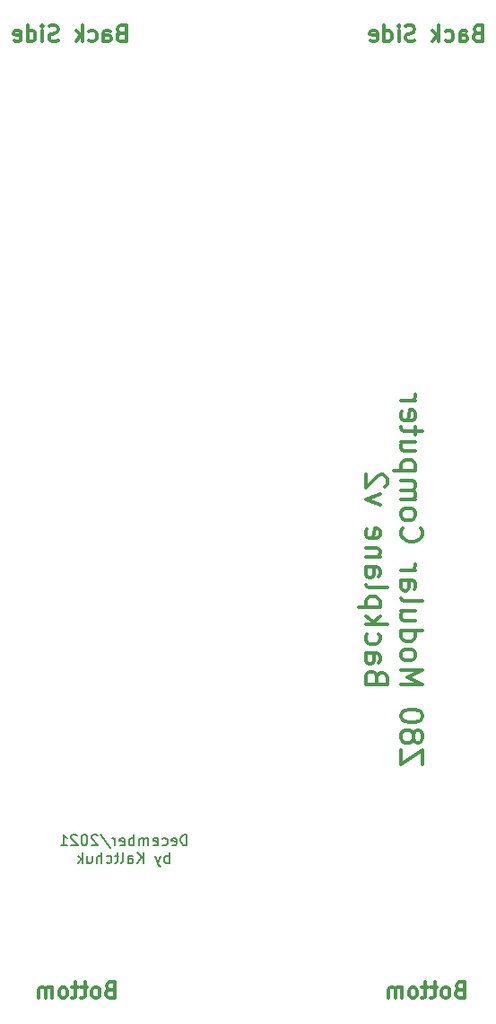
<source format=gbr>
G04 #@! TF.GenerationSoftware,KiCad,Pcbnew,(5.1.4)-1*
G04 #@! TF.CreationDate,2022-01-22T15:46:12+02:00*
G04 #@! TF.ProjectId,Backplane v2,4261636b-706c-4616-9e65-2076322e6b69,rev?*
G04 #@! TF.SameCoordinates,Original*
G04 #@! TF.FileFunction,Legend,Bot*
G04 #@! TF.FilePolarity,Positive*
%FSLAX46Y46*%
G04 Gerber Fmt 4.6, Leading zero omitted, Abs format (unit mm)*
G04 Created by KiCad (PCBNEW (5.1.4)-1) date 2022-01-22 15:46:12*
%MOMM*%
%LPD*%
G04 APERTURE LIST*
%ADD10C,0.300000*%
%ADD11C,0.152400*%
%ADD12C,0.304800*%
G04 APERTURE END LIST*
D10*
X107882142Y-140227857D02*
X107667857Y-140299285D01*
X107596428Y-140370714D01*
X107525000Y-140513571D01*
X107525000Y-140727857D01*
X107596428Y-140870714D01*
X107667857Y-140942142D01*
X107810714Y-141013571D01*
X108382142Y-141013571D01*
X108382142Y-139513571D01*
X107882142Y-139513571D01*
X107739285Y-139585000D01*
X107667857Y-139656428D01*
X107596428Y-139799285D01*
X107596428Y-139942142D01*
X107667857Y-140085000D01*
X107739285Y-140156428D01*
X107882142Y-140227857D01*
X108382142Y-140227857D01*
X106667857Y-141013571D02*
X106810714Y-140942142D01*
X106882142Y-140870714D01*
X106953571Y-140727857D01*
X106953571Y-140299285D01*
X106882142Y-140156428D01*
X106810714Y-140085000D01*
X106667857Y-140013571D01*
X106453571Y-140013571D01*
X106310714Y-140085000D01*
X106239285Y-140156428D01*
X106167857Y-140299285D01*
X106167857Y-140727857D01*
X106239285Y-140870714D01*
X106310714Y-140942142D01*
X106453571Y-141013571D01*
X106667857Y-141013571D01*
X105739285Y-140013571D02*
X105167857Y-140013571D01*
X105525000Y-139513571D02*
X105525000Y-140799285D01*
X105453571Y-140942142D01*
X105310714Y-141013571D01*
X105167857Y-141013571D01*
X104882142Y-140013571D02*
X104310714Y-140013571D01*
X104667857Y-139513571D02*
X104667857Y-140799285D01*
X104596428Y-140942142D01*
X104453571Y-141013571D01*
X104310714Y-141013571D01*
X103596428Y-141013571D02*
X103739285Y-140942142D01*
X103810714Y-140870714D01*
X103882142Y-140727857D01*
X103882142Y-140299285D01*
X103810714Y-140156428D01*
X103739285Y-140085000D01*
X103596428Y-140013571D01*
X103382142Y-140013571D01*
X103239285Y-140085000D01*
X103167857Y-140156428D01*
X103096428Y-140299285D01*
X103096428Y-140727857D01*
X103167857Y-140870714D01*
X103239285Y-140942142D01*
X103382142Y-141013571D01*
X103596428Y-141013571D01*
X102453571Y-141013571D02*
X102453571Y-140013571D01*
X102453571Y-140156428D02*
X102382142Y-140085000D01*
X102239285Y-140013571D01*
X102025000Y-140013571D01*
X101882142Y-140085000D01*
X101810714Y-140227857D01*
X101810714Y-141013571D01*
X101810714Y-140227857D02*
X101739285Y-140085000D01*
X101596428Y-140013571D01*
X101382142Y-140013571D01*
X101239285Y-140085000D01*
X101167857Y-140227857D01*
X101167857Y-141013571D01*
X140902142Y-140227857D02*
X140687857Y-140299285D01*
X140616428Y-140370714D01*
X140545000Y-140513571D01*
X140545000Y-140727857D01*
X140616428Y-140870714D01*
X140687857Y-140942142D01*
X140830714Y-141013571D01*
X141402142Y-141013571D01*
X141402142Y-139513571D01*
X140902142Y-139513571D01*
X140759285Y-139585000D01*
X140687857Y-139656428D01*
X140616428Y-139799285D01*
X140616428Y-139942142D01*
X140687857Y-140085000D01*
X140759285Y-140156428D01*
X140902142Y-140227857D01*
X141402142Y-140227857D01*
X139687857Y-141013571D02*
X139830714Y-140942142D01*
X139902142Y-140870714D01*
X139973571Y-140727857D01*
X139973571Y-140299285D01*
X139902142Y-140156428D01*
X139830714Y-140085000D01*
X139687857Y-140013571D01*
X139473571Y-140013571D01*
X139330714Y-140085000D01*
X139259285Y-140156428D01*
X139187857Y-140299285D01*
X139187857Y-140727857D01*
X139259285Y-140870714D01*
X139330714Y-140942142D01*
X139473571Y-141013571D01*
X139687857Y-141013571D01*
X138759285Y-140013571D02*
X138187857Y-140013571D01*
X138545000Y-139513571D02*
X138545000Y-140799285D01*
X138473571Y-140942142D01*
X138330714Y-141013571D01*
X138187857Y-141013571D01*
X137902142Y-140013571D02*
X137330714Y-140013571D01*
X137687857Y-139513571D02*
X137687857Y-140799285D01*
X137616428Y-140942142D01*
X137473571Y-141013571D01*
X137330714Y-141013571D01*
X136616428Y-141013571D02*
X136759285Y-140942142D01*
X136830714Y-140870714D01*
X136902142Y-140727857D01*
X136902142Y-140299285D01*
X136830714Y-140156428D01*
X136759285Y-140085000D01*
X136616428Y-140013571D01*
X136402142Y-140013571D01*
X136259285Y-140085000D01*
X136187857Y-140156428D01*
X136116428Y-140299285D01*
X136116428Y-140727857D01*
X136187857Y-140870714D01*
X136259285Y-140942142D01*
X136402142Y-141013571D01*
X136616428Y-141013571D01*
X135473571Y-141013571D02*
X135473571Y-140013571D01*
X135473571Y-140156428D02*
X135402142Y-140085000D01*
X135259285Y-140013571D01*
X135045000Y-140013571D01*
X134902142Y-140085000D01*
X134830714Y-140227857D01*
X134830714Y-141013571D01*
X134830714Y-140227857D02*
X134759285Y-140085000D01*
X134616428Y-140013571D01*
X134402142Y-140013571D01*
X134259285Y-140085000D01*
X134187857Y-140227857D01*
X134187857Y-141013571D01*
X108925714Y-50057857D02*
X108711428Y-50129285D01*
X108640000Y-50200714D01*
X108568571Y-50343571D01*
X108568571Y-50557857D01*
X108640000Y-50700714D01*
X108711428Y-50772142D01*
X108854285Y-50843571D01*
X109425714Y-50843571D01*
X109425714Y-49343571D01*
X108925714Y-49343571D01*
X108782857Y-49415000D01*
X108711428Y-49486428D01*
X108640000Y-49629285D01*
X108640000Y-49772142D01*
X108711428Y-49915000D01*
X108782857Y-49986428D01*
X108925714Y-50057857D01*
X109425714Y-50057857D01*
X107282857Y-50843571D02*
X107282857Y-50057857D01*
X107354285Y-49915000D01*
X107497142Y-49843571D01*
X107782857Y-49843571D01*
X107925714Y-49915000D01*
X107282857Y-50772142D02*
X107425714Y-50843571D01*
X107782857Y-50843571D01*
X107925714Y-50772142D01*
X107997142Y-50629285D01*
X107997142Y-50486428D01*
X107925714Y-50343571D01*
X107782857Y-50272142D01*
X107425714Y-50272142D01*
X107282857Y-50200714D01*
X105925714Y-50772142D02*
X106068571Y-50843571D01*
X106354285Y-50843571D01*
X106497142Y-50772142D01*
X106568571Y-50700714D01*
X106640000Y-50557857D01*
X106640000Y-50129285D01*
X106568571Y-49986428D01*
X106497142Y-49915000D01*
X106354285Y-49843571D01*
X106068571Y-49843571D01*
X105925714Y-49915000D01*
X105282857Y-50843571D02*
X105282857Y-49343571D01*
X105140000Y-50272142D02*
X104711428Y-50843571D01*
X104711428Y-49843571D02*
X105282857Y-50415000D01*
X102997142Y-50772142D02*
X102782857Y-50843571D01*
X102425714Y-50843571D01*
X102282857Y-50772142D01*
X102211428Y-50700714D01*
X102140000Y-50557857D01*
X102140000Y-50415000D01*
X102211428Y-50272142D01*
X102282857Y-50200714D01*
X102425714Y-50129285D01*
X102711428Y-50057857D01*
X102854285Y-49986428D01*
X102925714Y-49915000D01*
X102997142Y-49772142D01*
X102997142Y-49629285D01*
X102925714Y-49486428D01*
X102854285Y-49415000D01*
X102711428Y-49343571D01*
X102354285Y-49343571D01*
X102140000Y-49415000D01*
X101497142Y-50843571D02*
X101497142Y-49843571D01*
X101497142Y-49343571D02*
X101568571Y-49415000D01*
X101497142Y-49486428D01*
X101425714Y-49415000D01*
X101497142Y-49343571D01*
X101497142Y-49486428D01*
X100140000Y-50843571D02*
X100140000Y-49343571D01*
X100140000Y-50772142D02*
X100282857Y-50843571D01*
X100568571Y-50843571D01*
X100711428Y-50772142D01*
X100782857Y-50700714D01*
X100854285Y-50557857D01*
X100854285Y-50129285D01*
X100782857Y-49986428D01*
X100711428Y-49915000D01*
X100568571Y-49843571D01*
X100282857Y-49843571D01*
X100140000Y-49915000D01*
X98854285Y-50772142D02*
X98997142Y-50843571D01*
X99282857Y-50843571D01*
X99425714Y-50772142D01*
X99497142Y-50629285D01*
X99497142Y-50057857D01*
X99425714Y-49915000D01*
X99282857Y-49843571D01*
X98997142Y-49843571D01*
X98854285Y-49915000D01*
X98782857Y-50057857D01*
X98782857Y-50200714D01*
X99497142Y-50343571D01*
X142580714Y-50057857D02*
X142366428Y-50129285D01*
X142295000Y-50200714D01*
X142223571Y-50343571D01*
X142223571Y-50557857D01*
X142295000Y-50700714D01*
X142366428Y-50772142D01*
X142509285Y-50843571D01*
X143080714Y-50843571D01*
X143080714Y-49343571D01*
X142580714Y-49343571D01*
X142437857Y-49415000D01*
X142366428Y-49486428D01*
X142295000Y-49629285D01*
X142295000Y-49772142D01*
X142366428Y-49915000D01*
X142437857Y-49986428D01*
X142580714Y-50057857D01*
X143080714Y-50057857D01*
X140937857Y-50843571D02*
X140937857Y-50057857D01*
X141009285Y-49915000D01*
X141152142Y-49843571D01*
X141437857Y-49843571D01*
X141580714Y-49915000D01*
X140937857Y-50772142D02*
X141080714Y-50843571D01*
X141437857Y-50843571D01*
X141580714Y-50772142D01*
X141652142Y-50629285D01*
X141652142Y-50486428D01*
X141580714Y-50343571D01*
X141437857Y-50272142D01*
X141080714Y-50272142D01*
X140937857Y-50200714D01*
X139580714Y-50772142D02*
X139723571Y-50843571D01*
X140009285Y-50843571D01*
X140152142Y-50772142D01*
X140223571Y-50700714D01*
X140295000Y-50557857D01*
X140295000Y-50129285D01*
X140223571Y-49986428D01*
X140152142Y-49915000D01*
X140009285Y-49843571D01*
X139723571Y-49843571D01*
X139580714Y-49915000D01*
X138937857Y-50843571D02*
X138937857Y-49343571D01*
X138795000Y-50272142D02*
X138366428Y-50843571D01*
X138366428Y-49843571D02*
X138937857Y-50415000D01*
X136652142Y-50772142D02*
X136437857Y-50843571D01*
X136080714Y-50843571D01*
X135937857Y-50772142D01*
X135866428Y-50700714D01*
X135795000Y-50557857D01*
X135795000Y-50415000D01*
X135866428Y-50272142D01*
X135937857Y-50200714D01*
X136080714Y-50129285D01*
X136366428Y-50057857D01*
X136509285Y-49986428D01*
X136580714Y-49915000D01*
X136652142Y-49772142D01*
X136652142Y-49629285D01*
X136580714Y-49486428D01*
X136509285Y-49415000D01*
X136366428Y-49343571D01*
X136009285Y-49343571D01*
X135795000Y-49415000D01*
X135152142Y-50843571D02*
X135152142Y-49843571D01*
X135152142Y-49343571D02*
X135223571Y-49415000D01*
X135152142Y-49486428D01*
X135080714Y-49415000D01*
X135152142Y-49343571D01*
X135152142Y-49486428D01*
X133795000Y-50843571D02*
X133795000Y-49343571D01*
X133795000Y-50772142D02*
X133937857Y-50843571D01*
X134223571Y-50843571D01*
X134366428Y-50772142D01*
X134437857Y-50700714D01*
X134509285Y-50557857D01*
X134509285Y-50129285D01*
X134437857Y-49986428D01*
X134366428Y-49915000D01*
X134223571Y-49843571D01*
X133937857Y-49843571D01*
X133795000Y-49915000D01*
X132509285Y-50772142D02*
X132652142Y-50843571D01*
X132937857Y-50843571D01*
X133080714Y-50772142D01*
X133152142Y-50629285D01*
X133152142Y-50057857D01*
X133080714Y-49915000D01*
X132937857Y-49843571D01*
X132652142Y-49843571D01*
X132509285Y-49915000D01*
X132437857Y-50057857D01*
X132437857Y-50200714D01*
X133152142Y-50343571D01*
D11*
X115146666Y-126621419D02*
X115146666Y-125605419D01*
X114904761Y-125605419D01*
X114759619Y-125653800D01*
X114662857Y-125750561D01*
X114614476Y-125847323D01*
X114566095Y-126040847D01*
X114566095Y-126185990D01*
X114614476Y-126379514D01*
X114662857Y-126476276D01*
X114759619Y-126573038D01*
X114904761Y-126621419D01*
X115146666Y-126621419D01*
X113743619Y-126573038D02*
X113840380Y-126621419D01*
X114033904Y-126621419D01*
X114130666Y-126573038D01*
X114179047Y-126476276D01*
X114179047Y-126089228D01*
X114130666Y-125992466D01*
X114033904Y-125944085D01*
X113840380Y-125944085D01*
X113743619Y-125992466D01*
X113695238Y-126089228D01*
X113695238Y-126185990D01*
X114179047Y-126282752D01*
X112824380Y-126573038D02*
X112921142Y-126621419D01*
X113114666Y-126621419D01*
X113211428Y-126573038D01*
X113259809Y-126524657D01*
X113308190Y-126427895D01*
X113308190Y-126137609D01*
X113259809Y-126040847D01*
X113211428Y-125992466D01*
X113114666Y-125944085D01*
X112921142Y-125944085D01*
X112824380Y-125992466D01*
X112001904Y-126573038D02*
X112098666Y-126621419D01*
X112292190Y-126621419D01*
X112388952Y-126573038D01*
X112437333Y-126476276D01*
X112437333Y-126089228D01*
X112388952Y-125992466D01*
X112292190Y-125944085D01*
X112098666Y-125944085D01*
X112001904Y-125992466D01*
X111953523Y-126089228D01*
X111953523Y-126185990D01*
X112437333Y-126282752D01*
X111518095Y-126621419D02*
X111518095Y-125944085D01*
X111518095Y-126040847D02*
X111469714Y-125992466D01*
X111372952Y-125944085D01*
X111227809Y-125944085D01*
X111131047Y-125992466D01*
X111082666Y-126089228D01*
X111082666Y-126621419D01*
X111082666Y-126089228D02*
X111034285Y-125992466D01*
X110937523Y-125944085D01*
X110792380Y-125944085D01*
X110695619Y-125992466D01*
X110647238Y-126089228D01*
X110647238Y-126621419D01*
X110163428Y-126621419D02*
X110163428Y-125605419D01*
X110163428Y-125992466D02*
X110066666Y-125944085D01*
X109873142Y-125944085D01*
X109776380Y-125992466D01*
X109728000Y-126040847D01*
X109679619Y-126137609D01*
X109679619Y-126427895D01*
X109728000Y-126524657D01*
X109776380Y-126573038D01*
X109873142Y-126621419D01*
X110066666Y-126621419D01*
X110163428Y-126573038D01*
X108857142Y-126573038D02*
X108953904Y-126621419D01*
X109147428Y-126621419D01*
X109244190Y-126573038D01*
X109292571Y-126476276D01*
X109292571Y-126089228D01*
X109244190Y-125992466D01*
X109147428Y-125944085D01*
X108953904Y-125944085D01*
X108857142Y-125992466D01*
X108808761Y-126089228D01*
X108808761Y-126185990D01*
X109292571Y-126282752D01*
X108373333Y-126621419D02*
X108373333Y-125944085D01*
X108373333Y-126137609D02*
X108324952Y-126040847D01*
X108276571Y-125992466D01*
X108179809Y-125944085D01*
X108083047Y-125944085D01*
X107018666Y-125557038D02*
X107889523Y-126863323D01*
X106728380Y-125702180D02*
X106680000Y-125653800D01*
X106583238Y-125605419D01*
X106341333Y-125605419D01*
X106244571Y-125653800D01*
X106196190Y-125702180D01*
X106147809Y-125798942D01*
X106147809Y-125895704D01*
X106196190Y-126040847D01*
X106776761Y-126621419D01*
X106147809Y-126621419D01*
X105518857Y-125605419D02*
X105422095Y-125605419D01*
X105325333Y-125653800D01*
X105276952Y-125702180D01*
X105228571Y-125798942D01*
X105180190Y-125992466D01*
X105180190Y-126234371D01*
X105228571Y-126427895D01*
X105276952Y-126524657D01*
X105325333Y-126573038D01*
X105422095Y-126621419D01*
X105518857Y-126621419D01*
X105615619Y-126573038D01*
X105664000Y-126524657D01*
X105712380Y-126427895D01*
X105760761Y-126234371D01*
X105760761Y-125992466D01*
X105712380Y-125798942D01*
X105664000Y-125702180D01*
X105615619Y-125653800D01*
X105518857Y-125605419D01*
X104793142Y-125702180D02*
X104744761Y-125653800D01*
X104648000Y-125605419D01*
X104406095Y-125605419D01*
X104309333Y-125653800D01*
X104260952Y-125702180D01*
X104212571Y-125798942D01*
X104212571Y-125895704D01*
X104260952Y-126040847D01*
X104841523Y-126621419D01*
X104212571Y-126621419D01*
X103244952Y-126621419D02*
X103825523Y-126621419D01*
X103535238Y-126621419D02*
X103535238Y-125605419D01*
X103632000Y-125750561D01*
X103728761Y-125847323D01*
X103825523Y-125895704D01*
X113501714Y-128297819D02*
X113501714Y-127281819D01*
X113501714Y-127668866D02*
X113404952Y-127620485D01*
X113211428Y-127620485D01*
X113114666Y-127668866D01*
X113066285Y-127717247D01*
X113017904Y-127814009D01*
X113017904Y-128104295D01*
X113066285Y-128201057D01*
X113114666Y-128249438D01*
X113211428Y-128297819D01*
X113404952Y-128297819D01*
X113501714Y-128249438D01*
X112679238Y-127620485D02*
X112437333Y-128297819D01*
X112195428Y-127620485D02*
X112437333Y-128297819D01*
X112534095Y-128539723D01*
X112582476Y-128588104D01*
X112679238Y-128636485D01*
X111034285Y-128297819D02*
X111034285Y-127281819D01*
X110453714Y-128297819D02*
X110889142Y-127717247D01*
X110453714Y-127281819D02*
X111034285Y-127862390D01*
X109582857Y-128297819D02*
X109582857Y-127765628D01*
X109631238Y-127668866D01*
X109728000Y-127620485D01*
X109921523Y-127620485D01*
X110018285Y-127668866D01*
X109582857Y-128249438D02*
X109679619Y-128297819D01*
X109921523Y-128297819D01*
X110018285Y-128249438D01*
X110066666Y-128152676D01*
X110066666Y-128055914D01*
X110018285Y-127959152D01*
X109921523Y-127910771D01*
X109679619Y-127910771D01*
X109582857Y-127862390D01*
X108953904Y-128297819D02*
X109050666Y-128249438D01*
X109099047Y-128152676D01*
X109099047Y-127281819D01*
X108712000Y-127620485D02*
X108324952Y-127620485D01*
X108566857Y-127281819D02*
X108566857Y-128152676D01*
X108518476Y-128249438D01*
X108421714Y-128297819D01*
X108324952Y-128297819D01*
X107550857Y-128249438D02*
X107647619Y-128297819D01*
X107841142Y-128297819D01*
X107937904Y-128249438D01*
X107986285Y-128201057D01*
X108034666Y-128104295D01*
X108034666Y-127814009D01*
X107986285Y-127717247D01*
X107937904Y-127668866D01*
X107841142Y-127620485D01*
X107647619Y-127620485D01*
X107550857Y-127668866D01*
X107115428Y-128297819D02*
X107115428Y-127281819D01*
X106680000Y-128297819D02*
X106680000Y-127765628D01*
X106728380Y-127668866D01*
X106825142Y-127620485D01*
X106970285Y-127620485D01*
X107067047Y-127668866D01*
X107115428Y-127717247D01*
X105760761Y-127620485D02*
X105760761Y-128297819D01*
X106196190Y-127620485D02*
X106196190Y-128152676D01*
X106147809Y-128249438D01*
X106051047Y-128297819D01*
X105905904Y-128297819D01*
X105809142Y-128249438D01*
X105760761Y-128201057D01*
X105276952Y-128297819D02*
X105276952Y-127281819D01*
X105180190Y-127910771D02*
X104889904Y-128297819D01*
X104889904Y-127620485D02*
X105276952Y-128007533D01*
D12*
X137409161Y-118968761D02*
X137409161Y-117614095D01*
X135377161Y-118968761D01*
X135377161Y-117614095D01*
X136538304Y-116549714D02*
X136635066Y-116743238D01*
X136731828Y-116840000D01*
X136925352Y-116936761D01*
X137022114Y-116936761D01*
X137215638Y-116840000D01*
X137312400Y-116743238D01*
X137409161Y-116549714D01*
X137409161Y-116162666D01*
X137312400Y-115969142D01*
X137215638Y-115872380D01*
X137022114Y-115775619D01*
X136925352Y-115775619D01*
X136731828Y-115872380D01*
X136635066Y-115969142D01*
X136538304Y-116162666D01*
X136538304Y-116549714D01*
X136441542Y-116743238D01*
X136344780Y-116840000D01*
X136151257Y-116936761D01*
X135764209Y-116936761D01*
X135570685Y-116840000D01*
X135473923Y-116743238D01*
X135377161Y-116549714D01*
X135377161Y-116162666D01*
X135473923Y-115969142D01*
X135570685Y-115872380D01*
X135764209Y-115775619D01*
X136151257Y-115775619D01*
X136344780Y-115872380D01*
X136441542Y-115969142D01*
X136538304Y-116162666D01*
X137409161Y-114517714D02*
X137409161Y-114324190D01*
X137312400Y-114130666D01*
X137215638Y-114033904D01*
X137022114Y-113937142D01*
X136635066Y-113840380D01*
X136151257Y-113840380D01*
X135764209Y-113937142D01*
X135570685Y-114033904D01*
X135473923Y-114130666D01*
X135377161Y-114324190D01*
X135377161Y-114517714D01*
X135473923Y-114711238D01*
X135570685Y-114808000D01*
X135764209Y-114904761D01*
X136151257Y-115001523D01*
X136635066Y-115001523D01*
X137022114Y-114904761D01*
X137215638Y-114808000D01*
X137312400Y-114711238D01*
X137409161Y-114517714D01*
X135377161Y-111421333D02*
X137409161Y-111421333D01*
X135957733Y-110744000D01*
X137409161Y-110066666D01*
X135377161Y-110066666D01*
X135377161Y-108808761D02*
X135473923Y-109002285D01*
X135570685Y-109099047D01*
X135764209Y-109195809D01*
X136344780Y-109195809D01*
X136538304Y-109099047D01*
X136635066Y-109002285D01*
X136731828Y-108808761D01*
X136731828Y-108518476D01*
X136635066Y-108324952D01*
X136538304Y-108228190D01*
X136344780Y-108131428D01*
X135764209Y-108131428D01*
X135570685Y-108228190D01*
X135473923Y-108324952D01*
X135377161Y-108518476D01*
X135377161Y-108808761D01*
X135377161Y-106389714D02*
X137409161Y-106389714D01*
X135473923Y-106389714D02*
X135377161Y-106583238D01*
X135377161Y-106970285D01*
X135473923Y-107163809D01*
X135570685Y-107260571D01*
X135764209Y-107357333D01*
X136344780Y-107357333D01*
X136538304Y-107260571D01*
X136635066Y-107163809D01*
X136731828Y-106970285D01*
X136731828Y-106583238D01*
X136635066Y-106389714D01*
X136731828Y-104551238D02*
X135377161Y-104551238D01*
X136731828Y-105422095D02*
X135667447Y-105422095D01*
X135473923Y-105325333D01*
X135377161Y-105131809D01*
X135377161Y-104841523D01*
X135473923Y-104648000D01*
X135570685Y-104551238D01*
X135377161Y-103293333D02*
X135473923Y-103486857D01*
X135667447Y-103583619D01*
X137409161Y-103583619D01*
X135377161Y-101648380D02*
X136441542Y-101648380D01*
X136635066Y-101745142D01*
X136731828Y-101938666D01*
X136731828Y-102325714D01*
X136635066Y-102519238D01*
X135473923Y-101648380D02*
X135377161Y-101841904D01*
X135377161Y-102325714D01*
X135473923Y-102519238D01*
X135667447Y-102616000D01*
X135860971Y-102616000D01*
X136054495Y-102519238D01*
X136151257Y-102325714D01*
X136151257Y-101841904D01*
X136248019Y-101648380D01*
X135377161Y-100680761D02*
X136731828Y-100680761D01*
X136344780Y-100680761D02*
X136538304Y-100584000D01*
X136635066Y-100487238D01*
X136731828Y-100293714D01*
X136731828Y-100100190D01*
X135570685Y-96713523D02*
X135473923Y-96810285D01*
X135377161Y-97100571D01*
X135377161Y-97294095D01*
X135473923Y-97584380D01*
X135667447Y-97777904D01*
X135860971Y-97874666D01*
X136248019Y-97971428D01*
X136538304Y-97971428D01*
X136925352Y-97874666D01*
X137118876Y-97777904D01*
X137312400Y-97584380D01*
X137409161Y-97294095D01*
X137409161Y-97100571D01*
X137312400Y-96810285D01*
X137215638Y-96713523D01*
X135377161Y-95552380D02*
X135473923Y-95745904D01*
X135570685Y-95842666D01*
X135764209Y-95939428D01*
X136344780Y-95939428D01*
X136538304Y-95842666D01*
X136635066Y-95745904D01*
X136731828Y-95552380D01*
X136731828Y-95262095D01*
X136635066Y-95068571D01*
X136538304Y-94971809D01*
X136344780Y-94875047D01*
X135764209Y-94875047D01*
X135570685Y-94971809D01*
X135473923Y-95068571D01*
X135377161Y-95262095D01*
X135377161Y-95552380D01*
X135377161Y-94004190D02*
X136731828Y-94004190D01*
X136538304Y-94004190D02*
X136635066Y-93907428D01*
X136731828Y-93713904D01*
X136731828Y-93423619D01*
X136635066Y-93230095D01*
X136441542Y-93133333D01*
X135377161Y-93133333D01*
X136441542Y-93133333D02*
X136635066Y-93036571D01*
X136731828Y-92843047D01*
X136731828Y-92552761D01*
X136635066Y-92359238D01*
X136441542Y-92262476D01*
X135377161Y-92262476D01*
X136731828Y-91294857D02*
X134699828Y-91294857D01*
X136635066Y-91294857D02*
X136731828Y-91101333D01*
X136731828Y-90714285D01*
X136635066Y-90520761D01*
X136538304Y-90424000D01*
X136344780Y-90327238D01*
X135764209Y-90327238D01*
X135570685Y-90424000D01*
X135473923Y-90520761D01*
X135377161Y-90714285D01*
X135377161Y-91101333D01*
X135473923Y-91294857D01*
X136731828Y-88585523D02*
X135377161Y-88585523D01*
X136731828Y-89456380D02*
X135667447Y-89456380D01*
X135473923Y-89359619D01*
X135377161Y-89166095D01*
X135377161Y-88875809D01*
X135473923Y-88682285D01*
X135570685Y-88585523D01*
X136731828Y-87908190D02*
X136731828Y-87134095D01*
X137409161Y-87617904D02*
X135667447Y-87617904D01*
X135473923Y-87521142D01*
X135377161Y-87327619D01*
X135377161Y-87134095D01*
X135473923Y-85682666D02*
X135377161Y-85876190D01*
X135377161Y-86263238D01*
X135473923Y-86456761D01*
X135667447Y-86553523D01*
X136441542Y-86553523D01*
X136635066Y-86456761D01*
X136731828Y-86263238D01*
X136731828Y-85876190D01*
X136635066Y-85682666D01*
X136441542Y-85585904D01*
X136248019Y-85585904D01*
X136054495Y-86553523D01*
X135377161Y-84715047D02*
X136731828Y-84715047D01*
X136344780Y-84715047D02*
X136538304Y-84618285D01*
X136635066Y-84521523D01*
X136731828Y-84328000D01*
X136731828Y-84134476D01*
X133088742Y-110744000D02*
X132991980Y-110453714D01*
X132895219Y-110356952D01*
X132701695Y-110260190D01*
X132411409Y-110260190D01*
X132217885Y-110356952D01*
X132121123Y-110453714D01*
X132024361Y-110647238D01*
X132024361Y-111421333D01*
X134056361Y-111421333D01*
X134056361Y-110744000D01*
X133959600Y-110550476D01*
X133862838Y-110453714D01*
X133669314Y-110356952D01*
X133475790Y-110356952D01*
X133282266Y-110453714D01*
X133185504Y-110550476D01*
X133088742Y-110744000D01*
X133088742Y-111421333D01*
X132024361Y-108518476D02*
X133088742Y-108518476D01*
X133282266Y-108615238D01*
X133379028Y-108808761D01*
X133379028Y-109195809D01*
X133282266Y-109389333D01*
X132121123Y-108518476D02*
X132024361Y-108712000D01*
X132024361Y-109195809D01*
X132121123Y-109389333D01*
X132314647Y-109486095D01*
X132508171Y-109486095D01*
X132701695Y-109389333D01*
X132798457Y-109195809D01*
X132798457Y-108712000D01*
X132895219Y-108518476D01*
X132121123Y-106680000D02*
X132024361Y-106873523D01*
X132024361Y-107260571D01*
X132121123Y-107454095D01*
X132217885Y-107550857D01*
X132411409Y-107647619D01*
X132991980Y-107647619D01*
X133185504Y-107550857D01*
X133282266Y-107454095D01*
X133379028Y-107260571D01*
X133379028Y-106873523D01*
X133282266Y-106680000D01*
X132024361Y-105809142D02*
X134056361Y-105809142D01*
X132798457Y-105615619D02*
X132024361Y-105035047D01*
X133379028Y-105035047D02*
X132604933Y-105809142D01*
X133379028Y-104164190D02*
X131347028Y-104164190D01*
X133282266Y-104164190D02*
X133379028Y-103970666D01*
X133379028Y-103583619D01*
X133282266Y-103390095D01*
X133185504Y-103293333D01*
X132991980Y-103196571D01*
X132411409Y-103196571D01*
X132217885Y-103293333D01*
X132121123Y-103390095D01*
X132024361Y-103583619D01*
X132024361Y-103970666D01*
X132121123Y-104164190D01*
X132024361Y-102035428D02*
X132121123Y-102228952D01*
X132314647Y-102325714D01*
X134056361Y-102325714D01*
X132024361Y-100390476D02*
X133088742Y-100390476D01*
X133282266Y-100487238D01*
X133379028Y-100680761D01*
X133379028Y-101067809D01*
X133282266Y-101261333D01*
X132121123Y-100390476D02*
X132024361Y-100584000D01*
X132024361Y-101067809D01*
X132121123Y-101261333D01*
X132314647Y-101358095D01*
X132508171Y-101358095D01*
X132701695Y-101261333D01*
X132798457Y-101067809D01*
X132798457Y-100584000D01*
X132895219Y-100390476D01*
X133379028Y-99422857D02*
X132024361Y-99422857D01*
X133185504Y-99422857D02*
X133282266Y-99326095D01*
X133379028Y-99132571D01*
X133379028Y-98842285D01*
X133282266Y-98648761D01*
X133088742Y-98552000D01*
X132024361Y-98552000D01*
X132121123Y-96810285D02*
X132024361Y-97003809D01*
X132024361Y-97390857D01*
X132121123Y-97584380D01*
X132314647Y-97681142D01*
X133088742Y-97681142D01*
X133282266Y-97584380D01*
X133379028Y-97390857D01*
X133379028Y-97003809D01*
X133282266Y-96810285D01*
X133088742Y-96713523D01*
X132895219Y-96713523D01*
X132701695Y-97681142D01*
X133379028Y-94488000D02*
X132024361Y-94004190D01*
X133379028Y-93520380D01*
X133862838Y-92843047D02*
X133959600Y-92746285D01*
X134056361Y-92552761D01*
X134056361Y-92068952D01*
X133959600Y-91875428D01*
X133862838Y-91778666D01*
X133669314Y-91681904D01*
X133475790Y-91681904D01*
X133185504Y-91778666D01*
X132024361Y-92939809D01*
X132024361Y-91681904D01*
M02*

</source>
